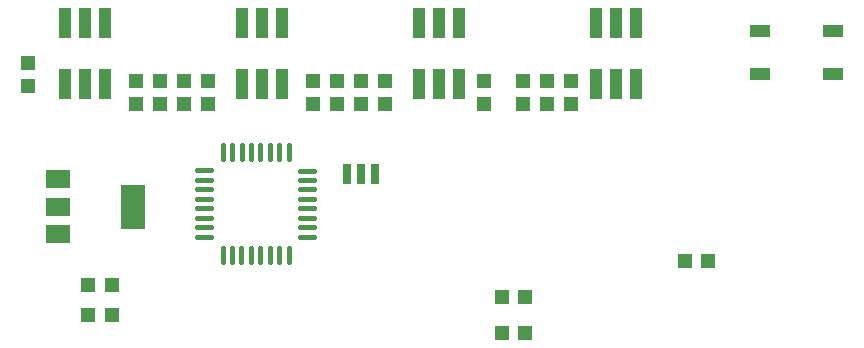
<source format=gtp>
G04 ---------------------------- Layer name :TOP PASTER LAYER*
G04 EasyEDA v5.4.12, Wed, 23 May 2018 11:05:33 GMT*
G04 139d24c5156241d0888082340940ae75*
G04 Gerber Generator version 0.2*
G04 Scale: 100 percent, Rotated: No, Reflected: No *
G04 Dimensions in millimeters *
G04 leading zeros omitted , absolute positions ,3 integer and 3 decimal *
%FSLAX33Y33*%
%MOMM*%
G90*
G71D02*

%ADD13C,0.449999*%
%ADD15R,1.999996X3.799992*%
%ADD16R,1.999996X1.499997*%
%ADD17R,0.701040X1.699260*%
%ADD18R,1.799996X1.099998*%
%ADD19R,1.099998X2.499995*%
%ADD20R,1.206500X1.206500*%
%ADD21R,1.206500X1.206998*%

%LPD*%
G54D13*
G01X28194Y9763D02*
G01X28194Y10962D01*
G01X27393Y9763D02*
G01X27393Y10962D01*
G01X26593Y9763D02*
G01X26593Y10962D01*
G01X25793Y9763D02*
G01X25793Y10962D01*
G01X24996Y9763D02*
G01X24996Y10962D01*
G01X24196Y9763D02*
G01X24196Y10962D01*
G01X23395Y9763D02*
G01X23395Y10962D01*
G01X22595Y9763D02*
G01X22595Y10962D01*
G01X21630Y11938D02*
G01X20431Y11938D01*
G01X21630Y12738D02*
G01X20431Y12738D01*
G01X21630Y13538D02*
G01X20431Y13538D01*
G01X21630Y14338D02*
G01X20431Y14338D01*
G01X21630Y15135D02*
G01X20431Y15135D01*
G01X21630Y15935D02*
G01X20431Y15935D01*
G01X21630Y16736D02*
G01X20431Y16736D01*
G01X21630Y17536D02*
G01X20431Y17536D01*
G01X22606Y18526D02*
G01X22606Y19725D01*
G01X23406Y18526D02*
G01X23406Y19725D01*
G01X24206Y18526D02*
G01X24206Y19725D01*
G01X25006Y18526D02*
G01X25006Y19725D01*
G01X25803Y18526D02*
G01X25803Y19725D01*
G01X26603Y18526D02*
G01X26603Y19725D01*
G01X27404Y18526D02*
G01X27404Y19725D01*
G01X28204Y18526D02*
G01X28204Y19725D01*
G01X30368Y17526D02*
G01X29169Y17526D01*
G01X30368Y16725D02*
G01X29169Y16725D01*
G01X30368Y15925D02*
G01X29169Y15925D01*
G01X30368Y15125D02*
G01X29169Y15125D01*
G01X30368Y14328D02*
G01X29169Y14328D01*
G01X30368Y13528D02*
G01X29169Y13528D01*
G01X30368Y12727D02*
G01X29169Y12727D01*
G01X30368Y11927D02*
G01X29169Y11927D01*
G54D15*
G01X14986Y14478D03*
G54D16*
G01X8686Y14478D03*
G01X8686Y12176D03*
G01X8686Y16776D03*
G54D17*
G01X33096Y17270D03*
G01X34290Y17270D03*
G01X35483Y17270D03*
G54D18*
G01X68070Y29371D03*
G01X68070Y25670D03*
G01X74270Y29371D03*
G01X74270Y25670D03*
G54D19*
G01X57581Y30030D03*
G01X55880Y30030D03*
G01X54180Y30030D03*
G01X57581Y24831D03*
G01X55880Y24831D03*
G01X54180Y24831D03*
G01X42593Y30030D03*
G01X40894Y30030D03*
G01X39194Y30030D03*
G01X42593Y24831D03*
G01X40894Y24831D03*
G01X39194Y24831D03*
G01X27609Y30030D03*
G01X25908Y30030D03*
G01X24208Y30030D03*
G01X27609Y24831D03*
G01X25908Y24831D03*
G01X24208Y24831D03*
G01X12621Y30030D03*
G01X10922Y30030D03*
G01X9222Y30030D03*
G01X12621Y24831D03*
G01X10922Y24831D03*
G01X9222Y24831D03*
G54D20*
G01X61723Y9904D03*
G01X63704Y9904D03*
G01X13210Y7871D03*
G01X11229Y7871D03*
G01X13210Y5331D03*
G01X11229Y5331D03*
G54D21*
G01X15242Y25146D03*
G54D20*
G01X15242Y23164D03*
G54D21*
G01X17274Y25146D03*
G54D20*
G01X17274Y23164D03*
G54D21*
G01X19306Y25146D03*
G54D20*
G01X19306Y23164D03*
G54D21*
G01X21338Y25146D03*
G54D20*
G01X21338Y23164D03*
G01X46228Y3810D03*
G01X48209Y3810D03*
G01X46230Y6855D03*
G01X48211Y6855D03*
G54D21*
G01X30228Y25146D03*
G54D20*
G01X30228Y23164D03*
G54D21*
G01X32260Y25143D03*
G54D20*
G01X32260Y23162D03*
G54D21*
G01X34292Y25146D03*
G54D20*
G01X34292Y23164D03*
G54D21*
G01X36324Y25146D03*
G54D20*
G01X36324Y23164D03*
G54D21*
G01X44706Y25146D03*
G54D20*
G01X44706Y23164D03*
G54D21*
G01X48008Y25146D03*
G54D20*
G01X48008Y23164D03*
G54D21*
G01X50040Y25146D03*
G54D20*
G01X50040Y23164D03*
G54D21*
G01X52072Y25146D03*
G54D20*
G01X52072Y23164D03*
G54D21*
G01X6098Y26667D03*
G54D20*
G01X6098Y24686D03*
M00*
M02*

</source>
